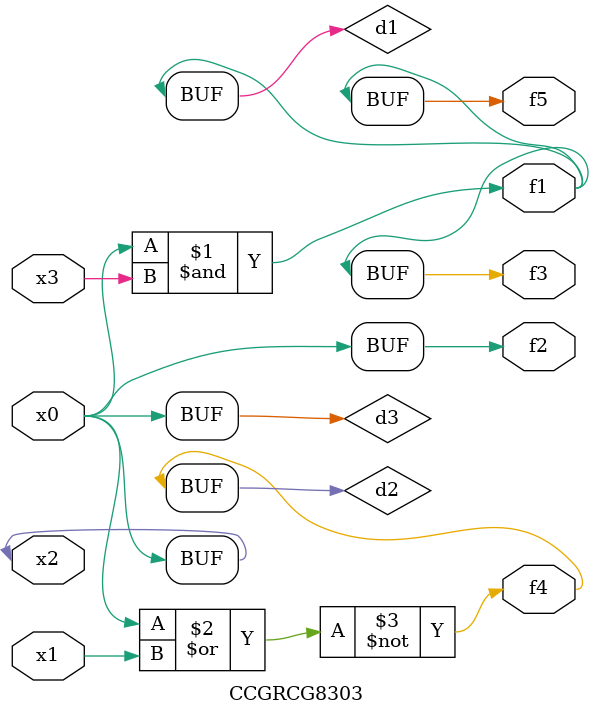
<source format=v>
module CCGRCG8303(
	input x0, x1, x2, x3,
	output f1, f2, f3, f4, f5
);

	wire d1, d2, d3;

	and (d1, x2, x3);
	nor (d2, x0, x1);
	buf (d3, x0, x2);
	assign f1 = d1;
	assign f2 = d3;
	assign f3 = d1;
	assign f4 = d2;
	assign f5 = d1;
endmodule

</source>
